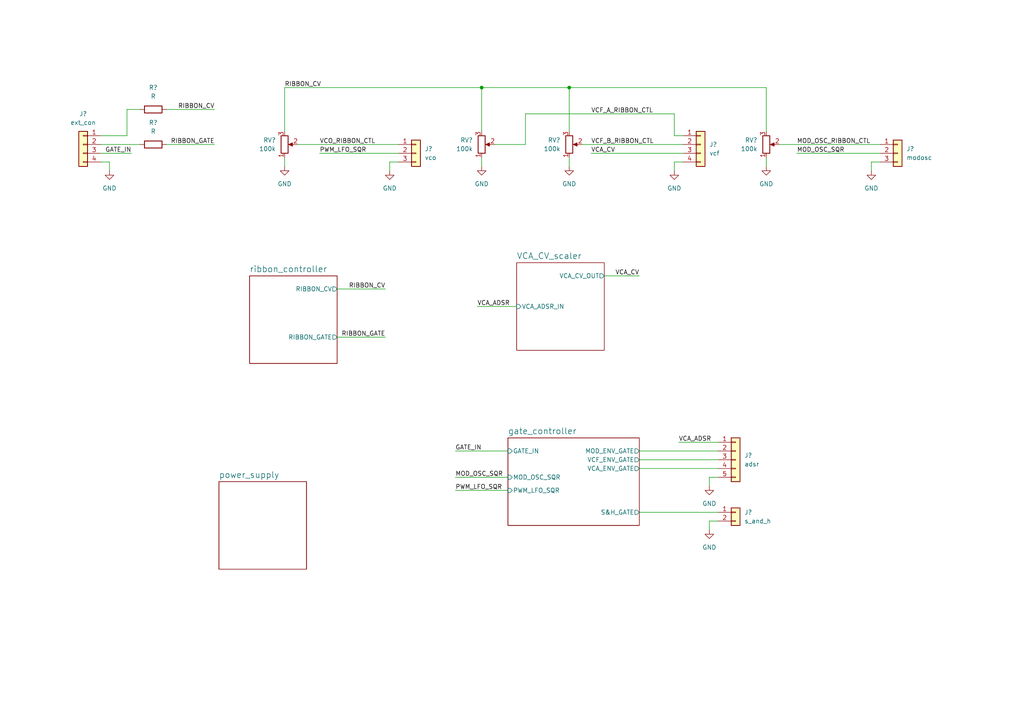
<source format=kicad_sch>
(kicad_sch (version 20211123) (generator eeschema)
  (paper "A4")
  (lib_symbols
    (symbol "Connector_Generic:Conn_01x02" (pin_names (offset 1.016) hide)
      (property "Reference" "J" (at 0 2.54 0))
      (property "Value" "Conn_01x02" (at 0 -5.08 0))
      (symbol "Conn_01x02_1_1"
        (rectangle (start -1.27 -2.413) (end 0 -2.667) (stroke (width 0.1524)))
        (rectangle (start -1.27 0.127) (end 0 -0.127) (stroke (width 0.1524)))
        (rectangle (start -1.27 1.27) (end 1.27 -3.81) (stroke (width 0.254)) (fill (type background)))
        (pin passive line (at -5.08 0 0) (length 3.81) (name "Pin_1") (number "1"))
        (pin passive line (at -5.08 -2.54 0) (length 3.81) (name "Pin_2") (number "2"))
      )
    )
    (symbol "Connector_Generic:Conn_01x03" (pin_names (offset 1.016) hide)
      (property "Reference" "J" (at 0 5.08 0))
      (property "Value" "Conn_01x03" (at 0 -5.08 0))
      (symbol "Conn_01x03_1_1"
        (rectangle (start -1.27 -2.413) (end 0 -2.667) (stroke (width 0.1524)))
        (rectangle (start -1.27 0.127) (end 0 -0.127) (stroke (width 0.1524)))
        (rectangle (start -1.27 2.667) (end 0 2.413) (stroke (width 0.1524)))
        (rectangle (start -1.27 3.81) (end 1.27 -3.81) (stroke (width 0.254)) (fill (type background)))
        (pin passive line (at -5.08 2.54 0) (length 3.81) (name "Pin_1") (number "1"))
        (pin passive line (at -5.08 0 0) (length 3.81) (name "Pin_2") (number "2"))
        (pin passive line (at -5.08 -2.54 0) (length 3.81) (name "Pin_3") (number "3"))
      )
    )
    (symbol "Connector_Generic:Conn_01x04" (pin_names (offset 1.016) hide)
      (property "Reference" "J" (at 0 5.08 0))
      (property "Value" "Conn_01x04" (at 0 -7.62 0))
      (symbol "Conn_01x04_1_1"
        (rectangle (start -1.27 -4.953) (end 0 -5.207) (stroke (width 0.1524)))
        (rectangle (start -1.27 -2.413) (end 0 -2.667) (stroke (width 0.1524)))
        (rectangle (start -1.27 0.127) (end 0 -0.127) (stroke (width 0.1524)))
        (rectangle (start -1.27 2.667) (end 0 2.413) (stroke (width 0.1524)))
        (rectangle (start -1.27 3.81) (end 1.27 -6.35) (stroke (width 0.254)) (fill (type background)))
        (pin passive line (at -5.08 2.54 0) (length 3.81) (name "Pin_1") (number "1"))
        (pin passive line (at -5.08 0 0) (length 3.81) (name "Pin_2") (number "2"))
        (pin passive line (at -5.08 -2.54 0) (length 3.81) (name "Pin_3") (number "3"))
        (pin passive line (at -5.08 -5.08 0) (length 3.81) (name "Pin_4") (number "4"))
      )
    )
    (symbol "Connector_Generic:Conn_01x05" (pin_names (offset 1.016) hide)
      (property "Reference" "J" (at 0 7.62 0))
      (property "Value" "Conn_01x05" (at 0 -7.62 0))
      (symbol "Conn_01x05_1_1"
        (rectangle (start -1.27 -4.953) (end 0 -5.207) (stroke (width 0.1524)))
        (rectangle (start -1.27 -2.413) (end 0 -2.667) (stroke (width 0.1524)))
        (rectangle (start -1.27 0.127) (end 0 -0.127) (stroke (width 0.1524)))
        (rectangle (start -1.27 2.667) (end 0 2.413) (stroke (width 0.1524)))
        (rectangle (start -1.27 5.207) (end 0 4.953) (stroke (width 0.1524)))
        (rectangle (start -1.27 6.35) (end 1.27 -6.35) (stroke (width 0.254)) (fill (type background)))
        (pin passive line (at -5.08 5.08 0) (length 3.81) (name "Pin_1") (number "1"))
        (pin passive line (at -5.08 2.54 0) (length 3.81) (name "Pin_2") (number "2"))
        (pin passive line (at -5.08 0 0) (length 3.81) (name "Pin_3") (number "3"))
        (pin passive line (at -5.08 -2.54 0) (length 3.81) (name "Pin_4") (number "4"))
        (pin passive line (at -5.08 -5.08 0) (length 3.81) (name "Pin_5") (number "5"))
      )
    )
    (symbol "Device:R" (pin_numbers hide) (pin_names (offset 0))
      (property "Reference" "R" (at 2.032 0 90))
      (property "Value" "R" (at 0 0 90))
      (symbol "R_0_1"
        (rectangle (start -1.016 -2.54) (end 1.016 2.54) (stroke (width 0.254)))
      )
      (symbol "R_1_1"
        (pin passive line (at 0 3.81 270) (length 1.27) (name "~") (number "1"))
        (pin passive line (at 0 -3.81 90) (length 1.27) (name "~") (number "2"))
      )
    )
    (symbol "Device:R_Potentiometer" (pin_names (offset 1.016) hide)
      (property "Reference" "RV" (at -4.445 0 90))
      (property "Value" "R_Potentiometer" (at -2.54 0 90))
      (symbol "R_Potentiometer_0_1"
        (polyline (pts (xy 2.54 0) (xy 1.524 0)))
        (polyline (pts (xy 1.143 0) (xy 2.286 0.508) (xy 2.286 -0.508) (xy 1.143 0)) (fill (type outline)))
        (rectangle (start 1.016 2.54) (end -1.016 -2.54) (stroke (width 0.254)))
      )
      (symbol "R_Potentiometer_1_1"
        (pin passive line (at 0 3.81 270) (length 1.27) (name "1") (number "1"))
        (pin passive line (at 3.81 0 180) (length 1.27) (name "2") (number "2"))
        (pin passive line (at 0 -3.81 90) (length 1.27) (name "3") (number "3"))
      )
    )
    (symbol "power:GND" (power) (pin_names (offset 0))
      (property "Value" "GND" (at 0 -3.81 0))
      (symbol "GND_0_1"
        (polyline (pts (xy 0 0) (xy 0 -1.27) (xy 1.27 -1.27) (xy 0 -2.54) (xy -1.27 -1.27) (xy 0 -1.27)))
      )
      (symbol "GND_1_1"
        (pin power_in line (at 0 0 270) (length 0) hide (name "GND") (number "1"))
      )
    )
  )
  (junction (at 139.7 25.4))
  (junction (at 165.1 25.4))
  (wire (pts (xy 195.58 46.99) (xy 195.58 49.53)))
  (wire (pts (xy 139.7 38.1) (xy 139.7 25.4)))
  (wire (pts (xy 31.75 46.99) (xy 29.21 46.99)))
  (wire (pts (xy 82.55 45.72) (xy 82.55 48.26)))
  (wire (pts (xy 168.91 41.91) (xy 198.12 41.91)))
  (wire (pts (xy 185.42 133.35) (xy 208.28 133.35)))
  (wire (pts (xy 143.51 41.91) (xy 152.4 41.91)))
  (wire (pts (xy 171.45 44.45) (xy 198.12 44.45)))
  (wire (pts (xy 185.42 80.01) (xy 175.26 80.01)))
  (wire (pts (xy 252.73 46.99) (xy 255.27 46.99)))
  (wire (pts (xy 113.03 46.99) (xy 113.03 49.53)))
  (wire (pts (xy 29.21 41.91) (xy 40.64 41.91)))
  (wire (pts (xy 205.74 138.43) (xy 208.28 138.43)))
  (wire (pts (xy 226.06 41.91) (xy 255.27 41.91)))
  (wire (pts (xy 165.1 45.72) (xy 165.1 48.26)))
  (wire (pts (xy 231.14 44.45) (xy 255.27 44.45)))
  (wire (pts (xy 205.74 151.13) (xy 208.28 151.13)))
  (wire (pts (xy 185.42 130.81) (xy 208.28 130.81)))
  (wire (pts (xy 48.26 41.91) (xy 62.23 41.91)))
  (wire (pts (xy 152.4 41.91) (xy 152.4 33.02)))
  (wire (pts (xy 82.55 25.4) (xy 82.55 38.1)))
  (wire (pts (xy 195.58 33.02) (xy 195.58 39.37)))
  (wire (pts (xy 165.1 25.4) (xy 165.1 38.1)))
  (wire (pts (xy 205.74 138.43) (xy 205.74 140.97)))
  (wire (pts (xy 139.7 25.4) (xy 165.1 25.4)))
  (wire (pts (xy 195.58 46.99) (xy 198.12 46.99)))
  (wire (pts (xy 48.26 31.75) (xy 62.23 31.75)))
  (wire (pts (xy 113.03 46.99) (xy 115.57 46.99)))
  (wire (pts (xy 31.75 46.99) (xy 31.75 49.53)))
  (wire (pts (xy 165.1 25.4) (xy 222.25 25.4)))
  (wire (pts (xy 222.25 45.72) (xy 222.25 48.26)))
  (wire (pts (xy 195.58 39.37) (xy 198.12 39.37)))
  (wire (pts (xy 92.71 44.45) (xy 115.57 44.45)))
  (wire (pts (xy 132.08 138.43) (xy 147.32 138.43)))
  (wire (pts (xy 205.74 151.13) (xy 205.74 153.67)))
  (wire (pts (xy 185.42 135.89) (xy 208.28 135.89)))
  (wire (pts (xy 152.4 33.02) (xy 195.58 33.02)))
  (wire (pts (xy 132.08 142.24) (xy 147.32 142.24)))
  (wire (pts (xy 36.83 31.75) (xy 40.64 31.75)))
  (wire (pts (xy 29.21 44.45) (xy 38.1 44.45)))
  (wire (pts (xy 29.21 39.37) (xy 36.83 39.37)))
  (wire (pts (xy 132.08 130.81) (xy 147.32 130.81)))
  (wire (pts (xy 138.43 88.9) (xy 149.86 88.9)))
  (wire (pts (xy 36.83 39.37) (xy 36.83 31.75)))
  (wire (pts (xy 252.73 46.99) (xy 252.73 49.53)))
  (wire (pts (xy 185.42 148.59) (xy 208.28 148.59)))
  (wire (pts (xy 97.79 83.82) (xy 111.76 83.82)))
  (wire (pts (xy 222.25 38.1) (xy 222.25 25.4)))
  (wire (pts (xy 139.7 45.72) (xy 139.7 48.26)))
  (wire (pts (xy 196.85 128.27) (xy 208.28 128.27)))
  (wire (pts (xy 86.36 41.91) (xy 115.57 41.91)))
  (wire (pts (xy 97.79 97.79) (xy 111.76 97.79)))
  (wire (pts (xy 82.55 25.4) (xy 139.7 25.4)))
  (label "PWM_LFO_SQR" (at 92.71 44.45 0))
  (label "VCF_A_RIBBON_CTL" (at 171.45 33.02 0))
  (label "VCO_RIBBON_CTL" (at 92.71 41.91 0))
  (label "RIBBON_GATE" (at 62.23 41.91 180))
  (label "VCA_CV" (at 171.45 44.45 0))
  (label "RIBBON_CV" (at 82.55 25.4 0))
  (label "GATE_IN" (at 132.08 130.81 0))
  (label "MOD_OSC_RIBBON_CTL" (at 231.14 41.91 0))
  (label "MOD_OSC_SQR" (at 231.14 44.45 0))
  (label "VCA_ADSR" (at 196.85 128.27 0))
  (label "VCF_B_RIBBON_CTL" (at 171.45 41.91 0))
  (label "GATE_IN" (at 38.1 44.45 180))
  (label "MOD_OSC_SQR" (at 132.08 138.43 0))
  (label "VCA_CV" (at 185.42 80.01 180))
  (label "RIBBON_CV" (at 62.23 31.75 180))
  (label "VCA_ADSR" (at 138.43 88.9 0))
  (label "RIBBON_GATE" (at 111.76 97.79 180))
  (label "PWM_LFO_SQR" (at 132.08 142.24 0))
  (label "RIBBON_CV" (at 111.76 83.82 180))
  (symbol (lib_id "power:GND") (at 31.75 49.53 0) (mirror y) (unit 1)
    (property "Reference" "#PWR?" (effects hide))
    (property "Value" "GND" (at 31.75 54.61 0))
  )
  (symbol (lib_id "Device:R") (at 44.45 31.75 90) (unit 1)
    (property "Reference" "R?" (at 44.45 25.4 90))
    (property "Value" "R" (at 44.45 27.94 90))
  )
  (symbol (lib_id "power:GND") (at 139.7 48.26 0) (unit 1)
    (property "Reference" "#PWR?" (effects hide))
    (property "Value" "GND" (at 139.7 53.34 0))
  )
  (symbol (lib_id "Device:R") (at 44.45 41.91 90) (unit 1)
    (property "Reference" "R?" (at 44.45 35.56 90))
    (property "Value" "R" (at 44.45 38.1 90))
  )
  (symbol (lib_id "Connector_Generic:Conn_01x02") (at 213.36 148.59 0) (unit 1)
    (property "Reference" "J?" (at 215.9 148.5899 0) (effects (justify left)))
    (property "Value" "s_and_h" (at 215.9 151.1299 0) (effects (justify left)))
  )
  (symbol (lib_id "power:GND") (at 82.55 48.26 0) (unit 1)
    (property "Reference" "#PWR?" (effects hide))
    (property "Value" "GND" (at 82.55 53.34 0))
  )
  (symbol (lib_id "Connector_Generic:Conn_01x03") (at 260.35 44.45 0) (unit 1)
    (property "Reference" "J?" (at 262.89 43.1799 0) (effects (justify left)))
    (property "Value" "modosc" (at 262.89 45.7199 0) (effects (justify left)))
  )
  (symbol (lib_id "power:GND") (at 165.1 48.26 0) (unit 1)
    (property "Reference" "#PWR?" (effects hide))
    (property "Value" "GND" (at 165.1 53.34 0))
  )
  (symbol (lib_id "Device:R_Potentiometer") (at 165.1 41.91 0) (mirror x) (unit 1)
    (property "Reference" "RV?" (at 162.56 40.6399 0) (effects (justify right)))
    (property "Value" "100k" (at 162.56 43.1799 0) (effects (justify right)))
  )
  (symbol (lib_id "Connector_Generic:Conn_01x05") (at 213.36 133.35 0) (unit 1)
    (property "Reference" "J?" (at 215.9 132.0799 0) (effects (justify left)))
    (property "Value" "adsr" (at 215.9 134.6199 0) (effects (justify left)))
  )
  (symbol (lib_id "power:GND") (at 205.74 153.67 0) (unit 1)
    (property "Reference" "#PWR?" (effects hide))
    (property "Value" "GND" (at 205.74 158.75 0))
  )
  (symbol (lib_id "Device:R_Potentiometer") (at 222.25 41.91 0) (mirror x) (unit 1)
    (property "Reference" "RV?" (at 219.71 40.6399 0) (effects (justify right)))
    (property "Value" "100k" (at 219.71 43.1799 0) (effects (justify right)))
  )
  (symbol (lib_id "power:GND") (at 252.73 49.53 0) (unit 1)
    (property "Reference" "#PWR?" (effects hide))
    (property "Value" "GND" (at 252.73 54.61 0))
  )
  (symbol (lib_id "Device:R_Potentiometer") (at 139.7 41.91 0) (mirror x) (unit 1)
    (property "Reference" "RV?" (at 137.16 40.6399 0) (effects (justify right)))
    (property "Value" "100k" (at 137.16 43.1799 0) (effects (justify right)))
  )
  (symbol (lib_id "Connector_Generic:Conn_01x03") (at 120.65 44.45 0) (unit 1)
    (property "Reference" "J?" (at 123.19 43.1799 0) (effects (justify left)))
    (property "Value" "vco" (at 123.19 45.7199 0) (effects (justify left)))
  )
  (symbol (lib_id "power:GND") (at 222.25 48.26 0) (unit 1)
    (property "Reference" "#PWR?" (effects hide))
    (property "Value" "GND" (at 222.25 53.34 0))
  )
  (symbol (lib_id "Connector_Generic:Conn_01x04") (at 24.13 41.91 0) (mirror y) (unit 1)
    (property "Reference" "J?" (at 24.13 33.02 0))
    (property "Value" "ext_con" (at 24.13 35.56 0))
  )
  (symbol (lib_id "power:GND") (at 113.03 49.53 0) (unit 1)
    (property "Reference" "#PWR?" (effects hide))
    (property "Value" "GND" (at 113.03 54.61 0))
  )
  (symbol (lib_id "Connector_Generic:Conn_01x04") (at 203.2 41.91 0) (unit 1)
    (property "Reference" "J?" (at 205.74 41.9099 0) (effects (justify left)))
    (property "Value" "vcf" (at 205.74 44.4499 0) (effects (justify left)))
  )
  (symbol (lib_id "power:GND") (at 195.58 49.53 0) (unit 1)
    (property "Reference" "#PWR?" (effects hide))
    (property "Value" "GND" (at 195.58 54.61 0))
  )
  (symbol (lib_id "Device:R_Potentiometer") (at 82.55 41.91 0) (mirror x) (unit 1)
    (property "Reference" "RV?" (at 80.01 40.6399 0) (effects (justify right)))
    (property "Value" "100k" (at 80.01 43.1799 0) (effects (justify right)))
  )
  (symbol (lib_id "power:GND") (at 205.74 140.97 0) (unit 1)
    (property "Reference" "#PWR?" (effects hide))
    (property "Value" "GND" (at 205.74 146.05 0))
  )
  (sheet (at 72.39 80.01) (size 25.4 25.4) (stroke (width 0.1524))
    (property "Sheet name" "ribbon_controller" (at 72.39 79.0584 0) (effects (font (size 1.75 1.75)) (justify left bottom)))
    (property "Sheet file" "ribbon_controller.kicad_sch" (effects hide))
    (pin "RIBBON_GATE" output (at 97.79 97.79 0))
    (pin "RIBBON_CV" output (at 97.79 83.82 0))
  )
  (sheet (at 63.5 139.7) (size 25.4 25.4) (stroke (width 0.1524))
    (property "Sheet name" "power_supply" (at 63.5 138.7484 0) (effects (font (size 1.75 1.75)) (justify left bottom)))
    (property "Sheet file" "power_supply.kicad_sch" (effects hide))
  )
  (sheet (at 149.86 76.2) (size 25.4 25.4) (stroke (width 0.1524))
    (property "Sheet name" "VCA_CV_scaler" (at 149.86 75.2484 0) (effects (font (size 1.75 1.75)) (justify left bottom)))
    (property "Sheet file" "VCA_CV_scaler.kicad_sch" (effects hide))
    (pin "VCA_CV_OUT" output (at 175.26 80.01 0))
    (pin "VCA_ADSR_IN" input (at 149.86 88.9 180))
  )
  (sheet (at 147.32 127) (size 38.1 25.4) (stroke (width 0.1524))
    (property "Sheet name" "gate_controller" (at 147.32 126.0484 0) (effects (font (size 1.75 1.75)) (justify left bottom)))
    (property "Sheet file" "gate_controller.kicad_sch" (effects hide))
    (pin "GATE_IN" input (at 147.32 130.81 180))
    (pin "MOD_OSC_SQR" input (at 147.32 138.43 180))
    (pin "PWM_LFO_SQR" input (at 147.32 142.24 180))
    (pin "VCF_ENV_GATE" output (at 185.42 133.35 0))
    (pin "MOD_ENV_GATE" output (at 185.42 130.81 0))
    (pin "VCA_ENV_GATE" output (at 185.42 135.89 0))
    (pin "S&H_GATE" output (at 185.42 148.59 0))
  )
)
</source>
